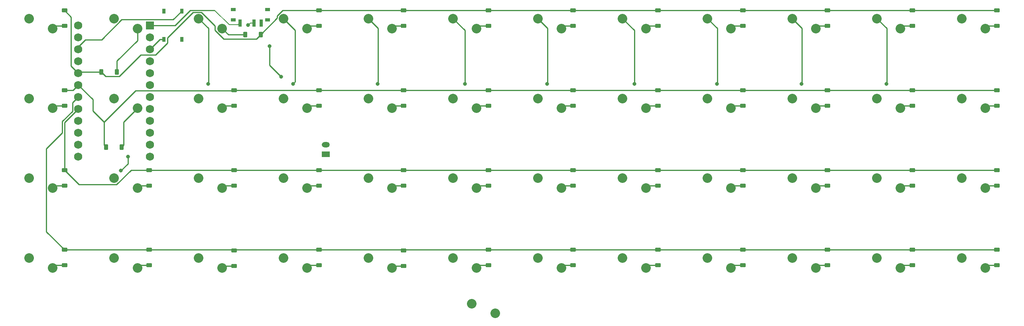
<source format=gbr>
%TF.GenerationSoftware,KiCad,Pcbnew,9.0.3-1.fc42*%
%TF.CreationDate,2025-08-27T16:52:14-04:00*%
%TF.ProjectId,48ish_soldered,34386973-685f-4736-9f6c-64657265642e,v1.0.0*%
%TF.SameCoordinates,Original*%
%TF.FileFunction,Copper,L2,Bot*%
%TF.FilePolarity,Positive*%
%FSLAX46Y46*%
G04 Gerber Fmt 4.6, Leading zero omitted, Abs format (unit mm)*
G04 Created by KiCad (PCBNEW 9.0.3-1.fc42) date 2025-08-27 16:52:14*
%MOMM*%
%LPD*%
G01*
G04 APERTURE LIST*
G04 Aperture macros list*
%AMRoundRect*
0 Rectangle with rounded corners*
0 $1 Rounding radius*
0 $2 $3 $4 $5 $6 $7 $8 $9 X,Y pos of 4 corners*
0 Add a 4 corners polygon primitive as box body*
4,1,4,$2,$3,$4,$5,$6,$7,$8,$9,$2,$3,0*
0 Add four circle primitives for the rounded corners*
1,1,$1+$1,$2,$3*
1,1,$1+$1,$4,$5*
1,1,$1+$1,$6,$7*
1,1,$1+$1,$8,$9*
0 Add four rect primitives between the rounded corners*
20,1,$1+$1,$2,$3,$4,$5,0*
20,1,$1+$1,$4,$5,$6,$7,0*
20,1,$1+$1,$6,$7,$8,$9,0*
20,1,$1+$1,$8,$9,$2,$3,0*%
G04 Aperture macros list end*
%TA.AperFunction,ComponentPad*%
%ADD10C,2.032000*%
%TD*%
%TA.AperFunction,ComponentPad*%
%ADD11R,1.700000X1.200000*%
%TD*%
%TA.AperFunction,ComponentPad*%
%ADD12O,1.700000X1.200000*%
%TD*%
%TA.AperFunction,SMDPad,CuDef*%
%ADD13R,1.000000X0.800000*%
%TD*%
%TA.AperFunction,SMDPad,CuDef*%
%ADD14R,0.700000X1.500000*%
%TD*%
%TA.AperFunction,SMDPad,CuDef*%
%ADD15RoundRect,0.225000X-0.375000X0.225000X-0.375000X-0.225000X0.375000X-0.225000X0.375000X0.225000X0*%
%TD*%
%TA.AperFunction,SMDPad,CuDef*%
%ADD16RoundRect,0.225000X0.225000X0.375000X-0.225000X0.375000X-0.225000X-0.375000X0.225000X-0.375000X0*%
%TD*%
%TA.AperFunction,ComponentPad*%
%ADD17R,1.752600X1.752600*%
%TD*%
%TA.AperFunction,ComponentPad*%
%ADD18C,1.752600*%
%TD*%
%TA.AperFunction,SMDPad,CuDef*%
%ADD19R,0.750000X1.000000*%
%TD*%
%TA.AperFunction,SMDPad,CuDef*%
%ADD20RoundRect,0.225000X-0.225000X-0.375000X0.225000X-0.375000X0.225000X0.375000X-0.225000X0.375000X0*%
%TD*%
%TA.AperFunction,ViaPad*%
%ADD21C,0.800000*%
%TD*%
%TA.AperFunction,Conductor*%
%ADD22C,0.250000*%
%TD*%
%TA.AperFunction,Conductor*%
%ADD23C,0.200000*%
%TD*%
G04 APERTURE END LIST*
D10*
%TO.P,S17,1*%
%TO.N,ten_top*%
X167000000Y71800000D03*
%TO.P,S17,2*%
%TO.N,ten*%
X162000000Y73900000D03*
%TD*%
%TO.P,S30,1*%
%TO.N,seven_top*%
X113000000Y71800000D03*
%TO.P,S30,2*%
%TO.N,seven*%
X108000000Y73900000D03*
%TD*%
%TO.P,S34,1*%
%TO.N,five_home*%
X77000000Y54800000D03*
%TO.P,S34,2*%
%TO.N,five*%
X72000000Y56900000D03*
%TD*%
%TO.P,S47,1*%
%TO.N,two_top*%
X23000000Y71800000D03*
%TO.P,S47,2*%
%TO.N,two*%
X18000000Y73900000D03*
%TD*%
%TO.P,S9,1*%
%TO.N,eleven_home*%
X185000000Y54800000D03*
%TO.P,S9,2*%
%TO.N,eleven*%
X180000000Y56900000D03*
%TD*%
%TO.P,S29,1*%
%TO.N,seven_home*%
X113000000Y54800000D03*
%TO.P,S29,2*%
%TO.N,seven*%
X108000000Y56900000D03*
%TD*%
%TO.P,S37,1*%
%TO.N,four_bottom*%
X59000000Y37800000D03*
%TO.P,S37,2*%
%TO.N,four*%
X54000000Y39900000D03*
%TD*%
%TO.P,S49,1*%
%TO.N,one_bottom*%
X5000000Y37800000D03*
%TO.P,S49,2*%
%TO.N,one*%
X0Y39900000D03*
%TD*%
%TO.P,S46,1*%
%TO.N,three_top*%
X41000000Y71800000D03*
%TO.P,S46,2*%
%TO.N,three*%
X36000000Y73900000D03*
%TD*%
%TO.P,S18,1*%
%TO.N,nine_top*%
X149000000Y71800000D03*
%TO.P,S18,2*%
%TO.N,nine*%
X144000000Y73900000D03*
%TD*%
%TO.P,S35,1*%
%TO.N,five_top*%
X77000000Y71800000D03*
%TO.P,S35,2*%
%TO.N,five*%
X72000000Y73900000D03*
%TD*%
%TO.P,S32,1*%
%TO.N,five_modrow*%
X77000000Y20800000D03*
%TO.P,S32,2*%
%TO.N,five*%
X72000000Y22900000D03*
%TD*%
%TO.P,S10,1*%
%TO.N,eleven_top*%
X185000000Y71800000D03*
%TO.P,S10,2*%
%TO.N,eleven*%
X180000000Y73900000D03*
%TD*%
%TO.P,S38,1*%
%TO.N,four_home*%
X59000000Y54800000D03*
%TO.P,S38,2*%
%TO.N,four*%
X54000000Y56900000D03*
%TD*%
%TO.P,S31,1*%
%TO.N,six_top*%
X95000000Y71800000D03*
%TO.P,S31,2*%
%TO.N,six*%
X90000000Y73900000D03*
%TD*%
%TO.P,S44,1*%
%TO.N,three_home*%
X41000000Y54800000D03*
%TO.P,S44,2*%
%TO.N,three*%
X36000000Y56900000D03*
%TD*%
%TO.P,S26,1*%
%TO.N,seven_bottom*%
X113000000Y37800000D03*
%TO.P,S26,2*%
%TO.N,seven*%
X108000000Y39900000D03*
%TD*%
%TO.P,S42,1*%
%TO.N,two_bottom*%
X23000000Y37800000D03*
%TO.P,S42,2*%
%TO.N,two*%
X18000000Y39900000D03*
%TD*%
%TO.P,S48,1*%
%TO.N,one_modrow*%
X5000000Y20800000D03*
%TO.P,S48,2*%
%TO.N,one*%
X0Y22900000D03*
%TD*%
D11*
%TO.P,JST1,1*%
%TO.N,BAT*%
X63000000Y45000000D03*
D12*
%TO.P,JST1,2*%
%TO.N,GND*%
X63000000Y47000000D03*
%TD*%
D10*
%TO.P,S20,1*%
%TO.N,eight_bottom*%
X131000000Y37800000D03*
%TO.P,S20,2*%
%TO.N,eight*%
X126000000Y39900000D03*
%TD*%
%TO.P,S40,1*%
%TO.N,three_modrow*%
X41000000Y20800000D03*
%TO.P,S40,2*%
%TO.N,three*%
X36000000Y22900000D03*
%TD*%
%TO.P,S33,1*%
%TO.N,five_bottom*%
X77000000Y37800000D03*
%TO.P,S33,2*%
%TO.N,five*%
X72000000Y39900000D03*
%TD*%
%TO.P,S11,1*%
%TO.N,nine_modrow*%
X149000000Y20800000D03*
%TO.P,S11,2*%
%TO.N,nine*%
X144000000Y22900000D03*
%TD*%
%TO.P,S16,1*%
%TO.N,nine_home*%
X149000000Y54800000D03*
%TO.P,S16,2*%
%TO.N,nine*%
X144000000Y56900000D03*
%TD*%
%TO.P,S24,1*%
%TO.N,six_modrow*%
X95000000Y20800000D03*
%TO.P,S24,2*%
%TO.N,six*%
X90000000Y22900000D03*
%TD*%
%TO.P,S36,1*%
%TO.N,four_modrow*%
X59000000Y20800000D03*
%TO.P,S36,2*%
%TO.N,four*%
X54000000Y22900000D03*
%TD*%
%TO.P,S15,1*%
%TO.N,ten_home*%
X167000000Y54800000D03*
%TO.P,S15,2*%
%TO.N,ten*%
X162000000Y56900000D03*
%TD*%
%TO.P,S25,1*%
%TO.N,six*%
X94000000Y13200000D03*
%TO.P,S25,2*%
%TO.N,six_modrow*%
X99000000Y11100000D03*
%TD*%
%TO.P,S6,1*%
%TO.N,twelve_top*%
X203000000Y71800000D03*
%TO.P,S6,2*%
%TO.N,twelve*%
X198000000Y73900000D03*
%TD*%
%TO.P,S21,1*%
%TO.N,eight_home*%
X131000000Y54800000D03*
%TO.P,S21,2*%
%TO.N,eight*%
X126000000Y56900000D03*
%TD*%
%TO.P,S8,1*%
%TO.N,eleven_bottom*%
X185000000Y37800000D03*
%TO.P,S8,2*%
%TO.N,eleven*%
X180000000Y39900000D03*
%TD*%
%TO.P,S22,1*%
%TO.N,eight_top*%
X131000000Y71800000D03*
%TO.P,S22,2*%
%TO.N,eight*%
X126000000Y73900000D03*
%TD*%
%TO.P,S27,1*%
%TO.N,six_bottom*%
X95000000Y37800000D03*
%TO.P,S27,2*%
%TO.N,six*%
X90000000Y39900000D03*
%TD*%
%TO.P,S14,1*%
%TO.N,ten_bottom*%
X167000000Y37800000D03*
%TO.P,S14,2*%
%TO.N,ten*%
X162000000Y39900000D03*
%TD*%
%TO.P,S28,1*%
%TO.N,six_home*%
X95000000Y54800000D03*
%TO.P,S28,2*%
%TO.N,six*%
X90000000Y56900000D03*
%TD*%
%TO.P,S13,1*%
%TO.N,nine_bottom*%
X149000000Y37800000D03*
%TO.P,S13,2*%
%TO.N,nine*%
X144000000Y39900000D03*
%TD*%
%TO.P,S39,1*%
%TO.N,four_top*%
X59000000Y71800000D03*
%TO.P,S39,2*%
%TO.N,four*%
X54000000Y73900000D03*
%TD*%
%TO.P,S3,1*%
%TO.N,twelve_modrow*%
X203000000Y20800000D03*
%TO.P,S3,2*%
%TO.N,twelve*%
X198000000Y22900000D03*
%TD*%
%TO.P,S7,1*%
%TO.N,eleven_modrow*%
X185000000Y20800000D03*
%TO.P,S7,2*%
%TO.N,eleven*%
X180000000Y22900000D03*
%TD*%
%TO.P,S12,1*%
%TO.N,ten_modrow*%
X167000000Y20800000D03*
%TO.P,S12,2*%
%TO.N,ten*%
X162000000Y22900000D03*
%TD*%
%TO.P,S41,1*%
%TO.N,two_modrow*%
X23000000Y20800000D03*
%TO.P,S41,2*%
%TO.N,two*%
X18000000Y22900000D03*
%TD*%
%TO.P,S19,1*%
%TO.N,eight_modrow*%
X131000000Y20800000D03*
%TO.P,S19,2*%
%TO.N,eight*%
X126000000Y22900000D03*
%TD*%
%TO.P,S45,1*%
%TO.N,two_home*%
X23000000Y54800000D03*
%TO.P,S45,2*%
%TO.N,two*%
X18000000Y56900000D03*
%TD*%
%TO.P,S51,1*%
%TO.N,one_top*%
X5000000Y71800000D03*
%TO.P,S51,2*%
%TO.N,one*%
X0Y73900000D03*
%TD*%
%TO.P,S43,1*%
%TO.N,three_bottom*%
X41000000Y37800000D03*
%TO.P,S43,2*%
%TO.N,three*%
X36000000Y39900000D03*
%TD*%
%TO.P,S5,1*%
%TO.N,twelve_home*%
X203000000Y54800000D03*
%TO.P,S5,2*%
%TO.N,twelve*%
X198000000Y56900000D03*
%TD*%
%TO.P,S23,1*%
%TO.N,seven_modrow*%
X113000000Y20800000D03*
%TO.P,S23,2*%
%TO.N,seven*%
X108000000Y22900000D03*
%TD*%
%TO.P,S4,1*%
%TO.N,twelve_bottom*%
X203000000Y37800000D03*
%TO.P,S4,2*%
%TO.N,twelve*%
X198000000Y39900000D03*
%TD*%
%TO.P,S50,1*%
%TO.N,one_home*%
X5000000Y54800000D03*
%TO.P,S50,2*%
%TO.N,one*%
X0Y56900000D03*
%TD*%
D13*
%TO.P,S1,*%
%TO.N,*%
X43350000Y75830000D03*
X43350000Y73620000D03*
X50650000Y75830000D03*
X50650000Y73620000D03*
D14*
%TO.P,S1,1*%
%TO.N,RAW*%
X44750000Y72970000D03*
%TO.P,S1,2*%
%TO.N,BAT*%
X47750000Y72970000D03*
%TO.P,S1,3*%
%TO.N,N/C*%
X49250000Y72970000D03*
%TD*%
D15*
%TO.P,D21,1*%
%TO.N,modrow*%
X97500000Y24650000D03*
%TO.P,D21,2*%
%TO.N,six_modrow*%
X97500000Y21350000D03*
%TD*%
%TO.P,D22,1*%
%TO.N,home*%
X97500000Y58650000D03*
%TO.P,D22,2*%
%TO.N,six_home*%
X97500000Y55350000D03*
%TD*%
%TO.P,D43,1*%
%TO.N,top*%
X169500000Y75650000D03*
%TO.P,D43,2*%
%TO.N,ten_top*%
X169500000Y72350000D03*
%TD*%
D16*
%TO.P,D16,1*%
%TO.N,top*%
X49150000Y70500000D03*
%TO.P,D16,2*%
%TO.N,three_top*%
X45850000Y70500000D03*
%TD*%
D15*
%TO.P,D5,1*%
%TO.N,modrow*%
X25500000Y24650000D03*
%TO.P,D5,2*%
%TO.N,two_modrow*%
X25500000Y21350000D03*
%TD*%
%TO.P,D37,1*%
%TO.N,modrow*%
X187500000Y24650000D03*
%TO.P,D37,2*%
%TO.N,eleven_modrow*%
X187500000Y21350000D03*
%TD*%
D17*
%TO.P,MCU1,1*%
%TO.N,RAW*%
X25620000Y72470000D03*
D18*
%TO.P,MCU1,2*%
%TO.N,GND*%
X25620000Y69930000D03*
%TO.P,MCU1,3*%
%TO.N,RST*%
X25620000Y67390000D03*
%TO.P,MCU1,4*%
%TO.N,VCC*%
X25620000Y64850000D03*
%TO.P,MCU1,5*%
%TO.N,twelve*%
X25620000Y62310000D03*
%TO.P,MCU1,6*%
%TO.N,eleven*%
X25620000Y59770000D03*
%TO.P,MCU1,7*%
%TO.N,ten*%
X25620000Y57230000D03*
%TO.P,MCU1,8*%
%TO.N,nine*%
X25620000Y54690000D03*
%TO.P,MCU1,9*%
%TO.N,eight*%
X25620000Y52150000D03*
%TO.P,MCU1,10*%
%TO.N,seven*%
X25620000Y49610000D03*
%TO.P,MCU1,11*%
%TO.N,six*%
X25620000Y47070000D03*
%TO.P,MCU1,12*%
%TO.N,five*%
X25620000Y44530000D03*
%TO.P,MCU1,13*%
%TO.N,P1*%
X10380000Y72470000D03*
%TO.P,MCU1,14*%
%TO.N,P0*%
X10380000Y69930000D03*
%TO.P,MCU1,15*%
%TO.N,GND*%
X10380000Y67390000D03*
%TO.P,MCU1,16*%
X10380000Y64850000D03*
%TO.P,MCU1,17*%
%TO.N,top*%
X10380000Y62310000D03*
%TO.P,MCU1,18*%
%TO.N,home*%
X10380000Y59770000D03*
%TO.P,MCU1,19*%
%TO.N,modrow*%
X10380000Y57230000D03*
%TO.P,MCU1,20*%
%TO.N,bottom*%
X10380000Y54690000D03*
%TO.P,MCU1,21*%
%TO.N,one*%
X10380000Y52150000D03*
%TO.P,MCU1,22*%
%TO.N,four*%
X10380000Y49610000D03*
%TO.P,MCU1,23*%
%TO.N,three*%
X10380000Y47070000D03*
%TO.P,MCU1,24*%
%TO.N,two*%
X10380000Y44530000D03*
%TD*%
D15*
%TO.P,D26,1*%
%TO.N,modrow*%
X133500000Y24650000D03*
%TO.P,D26,2*%
%TO.N,eight_modrow*%
X133500000Y21350000D03*
%TD*%
%TO.P,D36,1*%
%TO.N,top*%
X151500000Y75650000D03*
%TO.P,D36,2*%
%TO.N,nine_top*%
X151500000Y72350000D03*
%TD*%
%TO.P,D4,1*%
%TO.N,top*%
X7500000Y75650000D03*
%TO.P,D4,2*%
%TO.N,one_top*%
X7500000Y72350000D03*
%TD*%
D19*
%TO.P,S2,1*%
%TO.N,N/C*%
X28625000Y75500000D03*
%TO.N,RST*%
X28625000Y69500000D03*
%TO.P,S2,2*%
%TO.N,GND*%
X32375000Y75500000D03*
%TO.N,N/C*%
X32375000Y69500000D03*
%TD*%
D15*
%TO.P,D19,1*%
%TO.N,bottom*%
X79500000Y41650000D03*
%TO.P,D19,2*%
%TO.N,five_bottom*%
X79500000Y38350000D03*
%TD*%
%TO.P,D18,1*%
%TO.N,home*%
X79500000Y58650000D03*
%TO.P,D18,2*%
%TO.N,five_home*%
X79500000Y55350000D03*
%TD*%
%TO.P,D14,1*%
%TO.N,bottom*%
X43500000Y41650000D03*
%TO.P,D14,2*%
%TO.N,three_bottom*%
X43500000Y38350000D03*
%TD*%
%TO.P,D42,1*%
%TO.N,bottom*%
X187500000Y41650000D03*
%TO.P,D42,2*%
%TO.N,eleven_bottom*%
X187500000Y38350000D03*
%TD*%
%TO.P,D28,1*%
%TO.N,bottom*%
X133500000Y41650000D03*
%TO.P,D28,2*%
%TO.N,eight_bottom*%
X133500000Y38350000D03*
%TD*%
%TO.P,D44,1*%
%TO.N,top*%
X187500000Y75650000D03*
%TO.P,D44,2*%
%TO.N,eleven_top*%
X187500000Y72350000D03*
%TD*%
%TO.P,D40,1*%
%TO.N,bottom*%
X169500000Y41650000D03*
%TO.P,D40,2*%
%TO.N,ten_bottom*%
X169500000Y38350000D03*
%TD*%
D20*
%TO.P,D8,1*%
%TO.N,top*%
X15350000Y62500000D03*
%TO.P,D8,2*%
%TO.N,two_top*%
X18650000Y62500000D03*
%TD*%
D15*
%TO.P,D17,1*%
%TO.N,modrow*%
X79500000Y24500000D03*
%TO.P,D17,2*%
%TO.N,five_modrow*%
X79500000Y21200000D03*
%TD*%
%TO.P,D3,1*%
%TO.N,bottom*%
X7500000Y41650000D03*
%TO.P,D3,2*%
%TO.N,one_bottom*%
X7500000Y38350000D03*
%TD*%
%TO.P,D32,1*%
%TO.N,top*%
X133500000Y75650000D03*
%TO.P,D32,2*%
%TO.N,eight_top*%
X133500000Y72350000D03*
%TD*%
%TO.P,D20,1*%
%TO.N,top*%
X79500000Y75650000D03*
%TO.P,D20,2*%
%TO.N,five_top*%
X79500000Y72350000D03*
%TD*%
%TO.P,D48,1*%
%TO.N,top*%
X205500000Y75650000D03*
%TO.P,D48,2*%
%TO.N,twelve_top*%
X205500000Y72350000D03*
%TD*%
%TO.P,D11,1*%
%TO.N,home*%
X43500000Y58650000D03*
%TO.P,D11,2*%
%TO.N,three_home*%
X43500000Y55350000D03*
%TD*%
%TO.P,D35,1*%
%TO.N,home*%
X151500000Y58650000D03*
%TO.P,D35,2*%
%TO.N,nine_home*%
X151500000Y55350000D03*
%TD*%
%TO.P,D34,1*%
%TO.N,bottom*%
X151500000Y41650000D03*
%TO.P,D34,2*%
%TO.N,nine_bottom*%
X151500000Y38350000D03*
%TD*%
%TO.P,D2,1*%
%TO.N,home*%
X7500000Y58650000D03*
%TO.P,D2,2*%
%TO.N,one_home*%
X7500000Y55350000D03*
%TD*%
%TO.P,D27,1*%
%TO.N,bottom*%
X115500000Y41650000D03*
%TO.P,D27,2*%
%TO.N,seven_bottom*%
X115500000Y38350000D03*
%TD*%
%TO.P,D23,1*%
%TO.N,bottom*%
X97500000Y41650000D03*
%TO.P,D23,2*%
%TO.N,six_bottom*%
X97500000Y38350000D03*
%TD*%
D20*
%TO.P,D7,1*%
%TO.N,home*%
X16350000Y46500000D03*
%TO.P,D7,2*%
%TO.N,two_home*%
X19650000Y46500000D03*
%TD*%
D15*
%TO.P,D10,1*%
%TO.N,modrow*%
X61500000Y24650000D03*
%TO.P,D10,2*%
%TO.N,four_modrow*%
X61500000Y21350000D03*
%TD*%
%TO.P,D25,1*%
%TO.N,modrow*%
X115500000Y24650000D03*
%TO.P,D25,2*%
%TO.N,seven_modrow*%
X115500000Y21350000D03*
%TD*%
%TO.P,D6,1*%
%TO.N,bottom*%
X25500000Y41650000D03*
%TO.P,D6,2*%
%TO.N,two_bottom*%
X25500000Y38350000D03*
%TD*%
%TO.P,D1,1*%
%TO.N,modrow*%
X7500000Y24650000D03*
%TO.P,D1,2*%
%TO.N,one_modrow*%
X7500000Y21350000D03*
%TD*%
%TO.P,D46,1*%
%TO.N,bottom*%
X205500000Y41650000D03*
%TO.P,D46,2*%
%TO.N,twelve_bottom*%
X205500000Y38350000D03*
%TD*%
%TO.P,D15,1*%
%TO.N,top*%
X61500000Y75650000D03*
%TO.P,D15,2*%
%TO.N,four_top*%
X61500000Y72350000D03*
%TD*%
%TO.P,D39,1*%
%TO.N,home*%
X187500000Y58650000D03*
%TO.P,D39,2*%
%TO.N,eleven_home*%
X187500000Y55350000D03*
%TD*%
%TO.P,D24,1*%
%TO.N,top*%
X97500000Y75650000D03*
%TO.P,D24,2*%
%TO.N,six_top*%
X97500000Y72350000D03*
%TD*%
%TO.P,D41,1*%
%TO.N,home*%
X169500000Y58650000D03*
%TO.P,D41,2*%
%TO.N,ten_home*%
X169500000Y55350000D03*
%TD*%
%TO.P,D9,1*%
%TO.N,modrow*%
X43500000Y24500000D03*
%TO.P,D9,2*%
%TO.N,three_modrow*%
X43500000Y21200000D03*
%TD*%
%TO.P,D30,1*%
%TO.N,home*%
X115500000Y58650000D03*
%TO.P,D30,2*%
%TO.N,seven_home*%
X115500000Y55350000D03*
%TD*%
%TO.P,D33,1*%
%TO.N,modrow*%
X151500000Y24650000D03*
%TO.P,D33,2*%
%TO.N,nine_modrow*%
X151500000Y21350000D03*
%TD*%
%TO.P,D45,1*%
%TO.N,modrow*%
X205500000Y24650000D03*
%TO.P,D45,2*%
%TO.N,twelve_modrow*%
X205500000Y21350000D03*
%TD*%
%TO.P,D29,1*%
%TO.N,home*%
X133500000Y58650000D03*
%TO.P,D29,2*%
%TO.N,eight_home*%
X133500000Y55350000D03*
%TD*%
%TO.P,D13,1*%
%TO.N,home*%
X61500000Y58650000D03*
%TO.P,D13,2*%
%TO.N,four_home*%
X61500000Y55350000D03*
%TD*%
%TO.P,D31,1*%
%TO.N,top*%
X115500000Y75650000D03*
%TO.P,D31,2*%
%TO.N,seven_top*%
X115500000Y72350000D03*
%TD*%
%TO.P,D47,1*%
%TO.N,home*%
X205500000Y58650000D03*
%TO.P,D47,2*%
%TO.N,twelve_home*%
X205500000Y55350000D03*
%TD*%
%TO.P,D38,1*%
%TO.N,modrow*%
X169500000Y24650000D03*
%TO.P,D38,2*%
%TO.N,ten_modrow*%
X169500000Y21350000D03*
%TD*%
%TO.P,D12,1*%
%TO.N,bottom*%
X61500000Y41650000D03*
%TO.P,D12,2*%
%TO.N,four_bottom*%
X61500000Y38350000D03*
%TD*%
D21*
%TO.N,two*%
X19500000Y41500000D03*
X21000000Y44500000D03*
%TO.N,three*%
X38000000Y60000000D03*
%TO.N,four*%
X56000000Y60000000D03*
%TO.N,five*%
X74000000Y60000000D03*
%TO.N,six*%
X92500000Y60000000D03*
%TO.N,seven*%
X110000000Y60000000D03*
%TO.N,eight*%
X128500000Y60000000D03*
%TO.N,nine*%
X146000000Y60000000D03*
%TO.N,ten*%
X164000000Y60000000D03*
%TO.N,eleven*%
X182000000Y60000000D03*
%TO.N,BAT*%
X51000000Y68000000D03*
X53500000Y61500000D03*
X46500000Y72500000D03*
%TD*%
D22*
%TO.N,one_modrow*%
X7500000Y21350000D02*
X5550000Y21350000D01*
X5550000Y21350000D02*
X5000000Y20800000D01*
%TO.N,one_bottom*%
X5550000Y38350000D02*
X5000000Y37800000D01*
X7500000Y38350000D02*
X5550000Y38350000D01*
%TO.N,one_home*%
X7500000Y55350000D02*
X5550000Y55350000D01*
X5550000Y55350000D02*
X5000000Y54800000D01*
%TO.N,one_top*%
X5550000Y72350000D02*
X5000000Y71800000D01*
X7500000Y72350000D02*
X5550000Y72350000D01*
%TO.N,two_modrow*%
X25500000Y21350000D02*
X23550000Y21350000D01*
X23550000Y21350000D02*
X23000000Y20800000D01*
%TO.N,two*%
X21000000Y43000000D02*
X19500000Y41500000D01*
X21000000Y44500000D02*
X21000000Y43000000D01*
%TO.N,two_bottom*%
X23550000Y38350000D02*
X23000000Y37800000D01*
X25500000Y38350000D02*
X23550000Y38350000D01*
%TO.N,two_home*%
X20090500Y46940500D02*
X20090500Y51890500D01*
X20090500Y51890500D02*
X23000000Y54800000D01*
X19650000Y46500000D02*
X20090500Y46940500D01*
%TO.N,two_top*%
X23000000Y69235099D02*
X23000000Y71800000D01*
X18650000Y62500000D02*
X18650000Y64885099D01*
X18650000Y64885099D02*
X23000000Y69235099D01*
%TO.N,three_modrow*%
X41400000Y21200000D02*
X41000000Y20800000D01*
X43500000Y21200000D02*
X41400000Y21200000D01*
%TO.N,three*%
X38090500Y71809500D02*
X36000000Y73900000D01*
X38090500Y60090500D02*
X38090500Y71809500D01*
X38000000Y60000000D02*
X38090500Y60090500D01*
%TO.N,three_bottom*%
X41550000Y38350000D02*
X41000000Y37800000D01*
X43500000Y38350000D02*
X41550000Y38350000D01*
%TO.N,three_home*%
X41550000Y55350000D02*
X41000000Y54800000D01*
X43500000Y55350000D02*
X41550000Y55350000D01*
%TO.N,three_top*%
X45850000Y70500000D02*
X42300000Y70500000D01*
X42300000Y70500000D02*
X41000000Y71800000D01*
%TO.N,four_modrow*%
X61500000Y21350000D02*
X59550000Y21350000D01*
X59550000Y21350000D02*
X59000000Y20800000D01*
%TO.N,four*%
X56500000Y71400000D02*
X54000000Y73900000D01*
X56500000Y60500000D02*
X56500000Y71400000D01*
X56000000Y60000000D02*
X56500000Y60500000D01*
%TO.N,four_bottom*%
X61500000Y38350000D02*
X59550000Y38350000D01*
X59550000Y38350000D02*
X59000000Y37800000D01*
%TO.N,four_home*%
X61500000Y55350000D02*
X59550000Y55350000D01*
X59550000Y55350000D02*
X59000000Y54800000D01*
%TO.N,four_top*%
X59550000Y72350000D02*
X59000000Y71800000D01*
X61500000Y72350000D02*
X59550000Y72350000D01*
%TO.N,five_modrow*%
X79500000Y21200000D02*
X77400000Y21200000D01*
X77400000Y21200000D02*
X77000000Y20800000D01*
%TO.N,five*%
X74090500Y60090500D02*
X74090500Y71809500D01*
X74090500Y71809500D02*
X72000000Y73900000D01*
X74000000Y60000000D02*
X74090500Y60090500D01*
%TO.N,five_bottom*%
X79500000Y38350000D02*
X77550000Y38350000D01*
X77550000Y38350000D02*
X77000000Y37800000D01*
%TO.N,five_home*%
X79500000Y55350000D02*
X77550000Y55350000D01*
X77550000Y55350000D02*
X77000000Y54800000D01*
%TO.N,five_top*%
X79500000Y72350000D02*
X77550000Y72350000D01*
X77550000Y72350000D02*
X77000000Y71800000D01*
%TO.N,six_modrow*%
X97500000Y21350000D02*
X95550000Y21350000D01*
X95550000Y21350000D02*
X95000000Y20800000D01*
%TO.N,six*%
X92500000Y71400000D02*
X90000000Y73900000D01*
X92500000Y60000000D02*
X92500000Y71400000D01*
%TO.N,six_bottom*%
X97500000Y38350000D02*
X95550000Y38350000D01*
X95550000Y38350000D02*
X95000000Y37800000D01*
%TO.N,six_home*%
X97500000Y55350000D02*
X95550000Y55350000D01*
X95550000Y55350000D02*
X95000000Y54800000D01*
%TO.N,six_top*%
X97500000Y72350000D02*
X95550000Y72350000D01*
X95550000Y72350000D02*
X95000000Y71800000D01*
%TO.N,seven*%
X110000000Y60000000D02*
X110090500Y60090500D01*
X110090500Y60090500D02*
X110090500Y71809500D01*
X110090500Y71809500D02*
X108000000Y73900000D01*
%TO.N,seven_modrow*%
X113550000Y21350000D02*
X113000000Y20800000D01*
X115500000Y21350000D02*
X113550000Y21350000D01*
%TO.N,seven_bottom*%
X115500000Y38350000D02*
X113550000Y38350000D01*
X113550000Y38350000D02*
X113000000Y37800000D01*
%TO.N,seven_home*%
X113550000Y55350000D02*
X113000000Y54800000D01*
X115500000Y55350000D02*
X113550000Y55350000D01*
%TO.N,seven_top*%
X113550000Y72350000D02*
X113000000Y71800000D01*
X115500000Y72350000D02*
X113550000Y72350000D01*
%TO.N,eight_modrow*%
X133500000Y21350000D02*
X131550000Y21350000D01*
X131550000Y21350000D02*
X131000000Y20800000D01*
%TO.N,eight*%
X128500000Y60000000D02*
X128500000Y71400000D01*
X128500000Y71400000D02*
X126000000Y73900000D01*
%TO.N,eight_bottom*%
X133500000Y38350000D02*
X131550000Y38350000D01*
X131550000Y38350000D02*
X131000000Y37800000D01*
%TO.N,eight_home*%
X131550000Y55350000D02*
X131000000Y54800000D01*
X133500000Y55350000D02*
X131550000Y55350000D01*
%TO.N,eight_top*%
X133500000Y72350000D02*
X131550000Y72350000D01*
X131550000Y72350000D02*
X131000000Y71800000D01*
%TO.N,nine_modrow*%
X149550000Y21350000D02*
X149000000Y20800000D01*
X151500000Y21350000D02*
X149550000Y21350000D01*
%TO.N,nine*%
X146090500Y71809500D02*
X144000000Y73900000D01*
X146000000Y60000000D02*
X146090500Y60090500D01*
X146090500Y60090500D02*
X146090500Y71809500D01*
%TO.N,nine_bottom*%
X151500000Y38350000D02*
X149550000Y38350000D01*
X149550000Y38350000D02*
X149000000Y37800000D01*
%TO.N,nine_home*%
X149550000Y55350000D02*
X149000000Y54800000D01*
X151500000Y55350000D02*
X149550000Y55350000D01*
%TO.N,nine_top*%
X149550000Y72350000D02*
X149000000Y71800000D01*
X151500000Y72350000D02*
X149550000Y72350000D01*
%TO.N,ten_modrow*%
X169500000Y21350000D02*
X167550000Y21350000D01*
X167550000Y21350000D02*
X167000000Y20800000D01*
%TO.N,ten*%
X164090500Y71809500D02*
X162000000Y73900000D01*
X164090500Y60090500D02*
X164090500Y71809500D01*
X164000000Y60000000D02*
X164090500Y60090500D01*
%TO.N,ten_bottom*%
X167550000Y38350000D02*
X167000000Y37800000D01*
X169500000Y38350000D02*
X167550000Y38350000D01*
%TO.N,ten_home*%
X167550000Y55350000D02*
X167000000Y54800000D01*
X169500000Y55350000D02*
X167550000Y55350000D01*
%TO.N,ten_top*%
X167550000Y72350000D02*
X167000000Y71800000D01*
X169500000Y72350000D02*
X167550000Y72350000D01*
%TO.N,eleven_modrow*%
X187500000Y21350000D02*
X185550000Y21350000D01*
X185550000Y21350000D02*
X185000000Y20800000D01*
%TO.N,eleven*%
X182090500Y60090500D02*
X182090500Y71809500D01*
X182090500Y71809500D02*
X180000000Y73900000D01*
X182000000Y60000000D02*
X182090500Y60090500D01*
%TO.N,eleven_bottom*%
X185550000Y38350000D02*
X185000000Y37800000D01*
X187500000Y38350000D02*
X185550000Y38350000D01*
%TO.N,eleven_home*%
X187500000Y55350000D02*
X185550000Y55350000D01*
X185550000Y55350000D02*
X185000000Y54800000D01*
%TO.N,eleven_top*%
X187500000Y72350000D02*
X185550000Y72350000D01*
X185550000Y72350000D02*
X185000000Y71800000D01*
%TO.N,twelve_modrow*%
X203550000Y21350000D02*
X203000000Y20800000D01*
X205500000Y21350000D02*
X203550000Y21350000D01*
%TO.N,twelve_bottom*%
X203550000Y38350000D02*
X203000000Y37800000D01*
X205500000Y38350000D02*
X203550000Y38350000D01*
%TO.N,twelve_home*%
X205500000Y55350000D02*
X203550000Y55350000D01*
X203550000Y55350000D02*
X203000000Y54800000D01*
%TO.N,twelve_top*%
X205500000Y72350000D02*
X203550000Y72350000D01*
X203550000Y72350000D02*
X203000000Y71800000D01*
%TO.N,modrow*%
X7500000Y24650000D02*
X3658000Y28492000D01*
X187500000Y24650000D02*
X169500000Y24650000D01*
X9177700Y56027700D02*
X10380000Y57230000D01*
X7049000Y51996810D02*
X9177700Y54125510D01*
X205500000Y24650000D02*
X187500000Y24650000D01*
X7049000Y49549000D02*
X7049000Y51996810D01*
X9177700Y54125510D02*
X9177700Y56027700D01*
X3658000Y46158000D02*
X7049000Y49549000D01*
X187500000Y24650000D02*
X7500000Y24650000D01*
X187500000Y24650000D02*
X151500000Y24650000D01*
X3658000Y28492000D02*
X3658000Y46158000D01*
%TO.N,bottom*%
X21647875Y41650000D02*
X18555875Y38558000D01*
X43500000Y41650000D02*
X25500000Y41650000D01*
X205500000Y41650000D02*
X43500000Y41650000D01*
X18555875Y38558000D02*
X10592000Y38558000D01*
X7500000Y51810000D02*
X10380000Y54690000D01*
X25500000Y41650000D02*
X21647875Y41650000D01*
X10592000Y38558000D02*
X7500000Y41650000D01*
X7500000Y41650000D02*
X7500000Y51810000D01*
%TO.N,home*%
X7500000Y58650000D02*
X9260000Y58650000D01*
X13500000Y56650000D02*
X10380000Y59770000D01*
X16350000Y46500000D02*
X15909500Y46940500D01*
X15909500Y46940500D02*
X15909500Y51865913D01*
X9260000Y58650000D02*
X10380000Y59770000D01*
X15909500Y51865913D02*
X22611287Y58567700D01*
X22611287Y58567700D02*
X43417700Y58567700D01*
X13500000Y54275413D02*
X13500000Y56650000D01*
X15909500Y51865913D02*
X13500000Y54275413D01*
X205500000Y58650000D02*
X43500000Y58650000D01*
X43417700Y58567700D02*
X43500000Y58650000D01*
%TO.N,top*%
X205500000Y75650000D02*
X61500000Y75650000D01*
X36555875Y75242000D02*
X34742000Y75242000D01*
X19109466Y61574000D02*
X16276000Y61574000D01*
X41328125Y69574000D02*
X39455875Y71446250D01*
X29326000Y69826000D02*
X29326000Y68674000D01*
X8900309Y74249691D02*
X8900309Y63789691D01*
X16276000Y61574000D02*
X15350000Y62500000D01*
X48224000Y69574000D02*
X41328125Y69574000D01*
X39455875Y71446250D02*
X39455875Y72342000D01*
X61500000Y75650000D02*
X53852125Y75650000D01*
X52658000Y74455875D02*
X52658000Y74008000D01*
X10570000Y62500000D02*
X10380000Y62310000D01*
X8900309Y63789691D02*
X10380000Y62310000D01*
X49150000Y70500000D02*
X48224000Y69574000D01*
X7500000Y75650000D02*
X8900309Y74249691D01*
X34742000Y75242000D02*
X29326000Y69826000D01*
X52658000Y74008000D02*
X49150000Y70500000D01*
X29326000Y68674000D02*
X26839700Y66187700D01*
X49150000Y70500000D02*
X49150000Y70947875D01*
X53852125Y75650000D02*
X52658000Y74455875D01*
X15350000Y62500000D02*
X10570000Y62500000D01*
X39455875Y72342000D02*
X36555875Y75242000D01*
X23723166Y66187700D02*
X19109466Y61574000D01*
X26839700Y66187700D02*
X23723166Y66187700D01*
D23*
%TO.N,RAW*%
X44350000Y72570000D02*
X42478000Y72570000D01*
D22*
X30970000Y72470000D02*
X34193000Y75693000D01*
X25620000Y72470000D02*
X30970000Y72470000D01*
X34193000Y75693000D02*
X39355000Y75693000D01*
D23*
X44750000Y72970000D02*
X44350000Y72570000D01*
X42478000Y72570000D02*
X39355000Y75693000D01*
D22*
%TO.N,GND*%
X30547300Y73672300D02*
X19670175Y73672300D01*
X32375000Y75500000D02*
X30547300Y73672300D01*
X19670175Y73672300D02*
X15429866Y69431991D01*
X10380000Y67880000D02*
X10380000Y67390000D01*
X15429866Y69431991D02*
X11931991Y69431991D01*
X11931991Y69431991D02*
X10380000Y67880000D01*
%TO.N,RST*%
X27730000Y69500000D02*
X25620000Y67390000D01*
X28625000Y69500000D02*
X27730000Y69500000D01*
%TO.N,BAT*%
X51000000Y64000000D02*
X53500000Y61500000D01*
X51000000Y68000000D02*
X51000000Y64000000D01*
D23*
X47750000Y72970000D02*
X46970000Y72970000D01*
X46970000Y72970000D02*
X46500000Y72500000D01*
%TD*%
M02*

</source>
